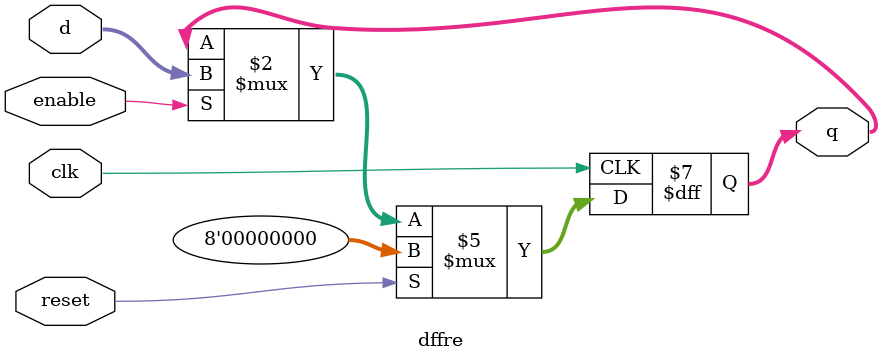
<source format=sv>
module dffre #(
    parameter width = 8
) (
    input  logic             clk, reset, enable,
    input  logic [width-1:0] d,
    output logic [width-1:0] q
);

    always_ff @(posedge clk)
        if (reset)
            q <= '0;
        else if (enable)
            q <= d;

endmodule

</source>
